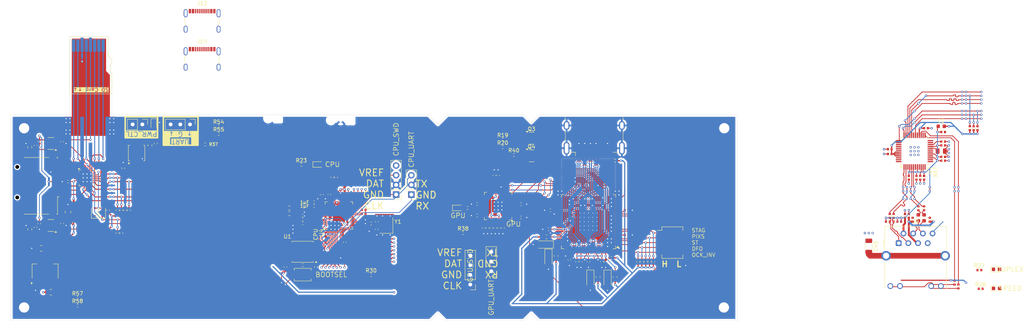
<source format=kicad_pcb>
(kicad_pcb
	(version 20241229)
	(generator "pcbnew")
	(generator_version "9.0")
	(general
		(thickness 0.7)
		(legacy_teardrops no)
	)
	(paper "A4")
	(layers
		(0 "F.Cu" signal)
		(2 "B.Cu" signal)
		(9 "F.Adhes" user "F.Adhesive")
		(11 "B.Adhes" user "B.Adhesive")
		(13 "F.Paste" user)
		(15 "B.Paste" user)
		(5 "F.SilkS" user "F.Silkscreen")
		(7 "B.SilkS" user "B.Silkscreen")
		(1 "F.Mask" user)
		(3 "B.Mask" user)
		(17 "Dwgs.User" user "User.Drawings")
		(19 "Cmts.User" user "User.Comments")
		(21 "Eco1.User" user "User.Eco1")
		(23 "Eco2.User" user "User.Eco2")
		(25 "Edge.Cuts" user)
		(27 "Margin" user)
		(31 "F.CrtYd" user "F.Courtyard")
		(29 "B.CrtYd" user "B.Courtyard")
		(35 "F.Fab" user)
		(33 "B.Fab" user)
		(39 "User.1" user)
		(41 "User.2" user)
		(43 "User.3" user)
		(45 "User.4" user)
	)
	(setup
		(stackup
			(layer "F.SilkS"
				(type "Top Silk Screen")
			)
			(layer "F.Paste"
				(type "Top Solder Paste")
			)
			(layer "F.Mask"
				(type "Top Solder Mask")
				(thickness 0.01)
			)
			(layer "F.Cu"
				(type "copper")
				(thickness 0.035)
			)
			(layer "dielectric 1"
				(type "core")
				(thickness 0.61)
				(material "FR4")
				(epsilon_r 4.5)
				(loss_tangent 0.02)
			)
			(layer "B.Cu"
				(type "copper")
				(thickness 0.035)
			)
			(layer "B.Mask"
				(type "Bottom Solder Mask")
				(thickness 0.01)
			)
			(layer "B.Paste"
				(type "Bottom Solder Paste")
			)
			(layer "B.SilkS"
				(type "Bottom Silk Screen")
			)
			(copper_finish "None")
			(dielectric_constraints yes)
		)
		(pad_to_mask_clearance 0)
		(allow_soldermask_bridges_in_footprints no)
		(tenting front back)
		(grid_origin 100 100)
		(pcbplotparams
			(layerselection 0x00000000_00000000_55555555_5755f5ff)
			(plot_on_all_layers_selection 0x00000000_00000000_00000000_00000000)
			(disableapertmacros no)
			(usegerberextensions no)
			(usegerberattributes yes)
			(usegerberadvancedattributes yes)
			(creategerberjobfile yes)
			(dashed_line_dash_ratio 12.000000)
			(dashed_line_gap_ratio 3.000000)
			(svgprecision 4)
			(plotframeref no)
			(mode 1)
			(useauxorigin no)
			(hpglpennumber 1)
			(hpglpenspeed 20)
			(hpglpendiameter 15.000000)
			(pdf_front_fp_property_popups yes)
			(pdf_back_fp_property_popups yes)
			(pdf_metadata yes)
			(pdf_single_document no)
			(dxfpolygonmode yes)
			(dxfimperialunits yes)
			(dxfusepcbnewfont yes)
			(psnegative no)
			(psa4output no)
			(plot_black_and_white yes)
			(sketchpadsonfab no)
			(plotpadnumbers no)
			(hidednponfab no)
			(sketchdnponfab yes)
			(crossoutdnponfab yes)
			(subtractmaskfromsilk no)
			(outputformat 1)
			(mirror no)
			(drillshape 0)
			(scaleselection 1)
			(outputdirectory "")
		)
	)
	(net 0 "")
	(net 1 "GND")
	(net 2 "Net-(C2-Pad2)")
	(net 3 "+3.3V")
	(net 4 "/RX3-")
	(net 5 "Net-(R2-Pad1)")
	(net 6 "/RX2-")
	(net 7 "/RX3+")
	(net 8 "/GPIO_SD_CMD")
	(net 9 "/+1.1V(RP2040)(CPU)")
	(net 10 "/GPIO_SD_DAT2")
	(net 11 "/GPIO_NET_SPI_MOSI")
	(net 12 "/GPIO_VID_SWD")
	(net 13 "/GPIO_CLK25MHz")
	(net 14 "/GPIO_VID_SWCLK")
	(net 15 "/GPIO_SD_DAT0")
	(net 16 "/GPIO_NET_SPI_CS")
	(net 17 "/GPIO_UART_RX")
	(net 18 "/GPIO_NET_SPI_MISO")
	(net 19 "/GPIO_NET_SPI_CLK")
	(net 20 "/GPIO_SD_CLK")
	(net 21 "/+3.3V(TFP401_OVDD)")
	(net 22 "/GPIO_CPU_DBG_UART_RX")
	(net 23 "/GPIO_PWR_CTL")
	(net 24 "/GPIO_SD_EN")
	(net 25 "/GPIO_SD_DAT3")
	(net 26 "/GPIO_SD_DAT1")
	(net 27 "/GPIO_UART_TX")
	(net 28 "/GPIO_VID_RUN")
	(net 29 "unconnected-(U2-QE10-Pad22)")
	(net 30 "/GPIO_NET_RST")
	(net 31 "/+3.3V(SD_SWITCH)")
	(net 32 "/GPIO_NET_INT")
	(net 33 "/+3.3V(RP2040)(CPU)")
	(net 34 "/GPIO_CPU_DBG_UART_TX")
	(net 35 "/+1.1V(RP2040)(GPU)")
	(net 36 "/VBUS")
	(net 37 "unconnected-(U7-VBG-Pad18)")
	(net 38 "Net-(U7-EXRES1)")
	(net 39 "Net-(U7-ACTLED)")
	(net 40 "Net-(U7-1V2O)")
	(net 41 "/+3.3V(RP2040)(GPU)")
	(net 42 "unconnected-(U7-XO-Pad31)")
	(net 43 "Net-(D1-A)")
	(net 44 "Net-(U7-LINKLED)")
	(net 45 "Net-(U7-TOCAP)")
	(net 46 "/RX_CT")
	(net 47 "/SH_GND")
	(net 48 "/TX_CT")
	(net 49 "/+3.3V(TFP401_PVDD)")
	(net 50 "/SD_HARNESS_VDD'")
	(net 51 "/SD_DUT_VDD'")
	(net 52 "Net-(D2-A)")
	(net 53 "Net-(D3-K)")
	(net 54 "Net-(D4-K)")
	(net 55 "/SD_SOCK_VDD")
	(net 56 "unconnected-(J9-NC-Pad7)")
	(net 57 "Net-(J9-Pad9)")
	(net 58 "Net-(J9-Pad11)")
	(net 59 "/+3.3V(W5500_AVDD)")
	(net 60 "/USB_HOST_D'+")
	(net 61 "/USB_HOST_D+")
	(net 62 "/USB_HOST_D-")
	(net 63 "/SD_SOCK_DAT2")
	(net 64 "/SD_SOCK_CMD")
	(net 65 "/SD_SOCK_CLK")
	(net 66 "/SD_SOCK_DAT3")
	(net 67 "/SD_DUT_VSS")
	(net 68 "/+3.3V(TFP401_AVDD)")
	(net 69 "/SD_SOCK_DAT0")
	(net 70 "/SD_SOCK_DAT1")
	(net 71 "/SD_DUT_DAT2")
	(net 72 "/SD_DUT_DAT3")
	(net 73 "/SD_DUT_CMD")
	(net 74 "unconnected-(J13-CEC-Pad13)")
	(net 75 "/+3.3V(TFP401_DVDD)")
	(net 76 "/SD_DUT_CLK")
	(net 77 "/SD_DUT_DAT0")
	(net 78 "/SD_DUT_DAT1")
	(net 79 "/SD_DUT_VDD")
	(net 80 "unconnected-(J13-UTILITY-Pad14)")
	(net 81 "/+5V(VID)")
	(net 82 "/GPIO_USB_D0+")
	(net 83 "/USB_HOST_D'-")
	(net 84 "/GPIO_USB_D0-")
	(net 85 "/TMDS_C-")
	(net 86 "unconnected-(U7-NC-Pad13)")
	(net 87 "unconnected-(U7-RSVD_NC-Pad39)")
	(net 88 "unconnected-(U7-DNC-Pad7)")
	(net 89 "unconnected-(U7-RSVD_NC-Pad38)")
	(net 90 "unconnected-(U7-RSVD_NC-Pad41)")
	(net 91 "unconnected-(U7-RSVD_NC-Pad42)")
	(net 92 "unconnected-(U7-NC-Pad47)")
	(net 93 "unconnected-(U7-NC-Pad12)")
	(net 94 "unconnected-(U7-RSVD_NC-Pad40)")
	(net 95 "unconnected-(U7-NC-Pad46)")
	(net 96 "/TX2-")
	(net 97 "/TX2+")
	(net 98 "/RX1-")
	(net 99 "/TX1-")
	(net 100 "/RX1+")
	(net 101 "/TX1+")
	(net 102 "Net-(U4-XIN)")
	(net 103 "/RX2+")
	(net 104 "Net-(J2-Pin_3)")
	(net 105 "Net-(J2-Pin_1)")
	(net 106 "/GPIO_GPU_DBG_UART_RX")
	(net 107 "/GPIO_GPU_DBG_UART_TX")
	(net 108 "/TMDS_D1+")
	(net 109 "/TMDS_D0+")
	(net 110 "/SCL(5V)")
	(net 111 "Net-(J13-HPD)")
	(net 112 "Net-(U1-~{CS})")
	(net 113 "Net-(U4-XOUT)")
	(net 114 "/GPIO_USB_D+")
	(net 115 "/GPIO_USB_D-")
	(net 116 "Net-(U1-DI{slash}IO_{0})")
	(net 117 "Net-(U1-CLK)")
	(net 118 "Net-(U1-~{WP}{slash}IO_{2})")
	(net 119 "Net-(U1-~{HOLD}{slash}~{RESET}{slash}IO_{3})")
	(net 120 "Net-(U1-DO{slash}IO_{1})")
	(net 121 "/SDA(5V)")
	(net 122 "unconnected-(U6-GPIO28_ADC2-Pad40)")
	(net 123 "unconnected-(U2-QE9-Pad21)")
	(net 124 "unconnected-(U6-USB_DP-Pad47)")
	(net 125 "unconnected-(U6-GPIO24-Pad36)")
	(net 126 "unconnected-(U6-XOUT-Pad21)")
	(net 127 "/TMDS_D2-")
	(net 128 "unconnected-(U2-QE8-Pad20)")
	(net 129 "/TMDS_D0-")
	(net 130 "/SCL(3.3V)")
	(net 131 "/SDA(3.3V)")
	(net 132 "Net-(U4-GPIO25)")
	(net 133 "unconnected-(U2-QE16-Pad30)")
	(net 134 "Net-(U6-GPIO25)")
	(net 135 "Net-(U7-SPDLED)")
	(net 136 "unconnected-(U6-USB_DM-Pad46)")
	(net 137 "Net-(U7-DUPLED)")
	(net 138 "Net-(U2-RSVD)")
	(net 139 "Net-(U2-ST)")
	(net 140 "unconnected-(U6-QSPI_SD0-Pad53)")
	(net 141 "unconnected-(U6-QSPI_SCLK-Pad52)")
	(net 142 "unconnected-(U6-QSPI_SD1-Pad55)")
	(net 143 "unconnected-(U6-QSPI_SS-Pad56)")
	(net 144 "unconnected-(U6-QSPI_SD2-Pad54)")
	(net 145 "unconnected-(U6-QSPI_SD3-Pad51)")
	(net 146 "Net-(U2-DFO)")
	(net 147 "Net-(U2-OCK_INV)")
	(net 148 "Net-(U2-PIXS)")
	(net 149 "Net-(U2-~{STAG})")
	(net 150 "unconnected-(U2-QO9-Pad60)")
	(net 151 "unconnected-(U2-QE12-Pad24)")
	(net 152 "/G2")
	(net 153 "unconnected-(U2-QO0-Pad49)")
	(net 154 "unconnected-(U2-QO21-Pad74)")
	(net 155 "unconnected-(U2-QO7-Pad56)")
	(net 156 "unconnected-(U2-QO14-Pad65)")
	(net 157 "unconnected-(U2-QO18-Pad71)")
	(net 158 "unconnected-(U2-QO16-Pad69)")
	(net 159 "unconnected-(U2-QE5-Pad15)")
	(net 160 "unconnected-(U2-QO15-Pad66)")
	(net 161 "unconnected-(U2-QO22-Pad75)")
	(net 162 "unconnected-(U2-QE11-Pad23)")
	(net 163 "unconnected-(U2-QO4-Pad53)")
	(net 164 "Net-(U2-SCDT)")
	(net 165 "unconnected-(U2-QO11-Pad62)")
	(net 166 "/G1")
	(net 167 "unconnected-(U2-QO8-Pad59)")
	(net 168 "/G0")
	(net 169 "Net-(U2-ODCK)")
	(net 170 "/R0")
	(net 171 "unconnected-(U2-QE17-Pad31)")
	(net 172 "unconnected-(U2-QO6-Pad55)")
	(net 173 "unconnected-(U2-QE3-Pad13)")
	(net 174 "unconnected-(U2-QO23-Pad77)")
	(net 175 "unconnected-(U2-QO5-Pad54)")
	(net 176 "unconnected-(U2-EXT_RES-Pad96)")
	(net 177 "Net-(U2-DE)")
	(net 178 "unconnected-(U2-QE18-Pad32)")
	(net 179 "/R1")
	(net 180 "unconnected-(U2-QO20-Pad73)")
	(net 181 "unconnected-(U2-QO3-Pad52)")
	(net 182 "unconnected-(U2-QO19-Pad72)")
	(net 183 "unconnected-(U2-QE1-Pad11)")
	(net 184 "unconnected-(U2-QO17-Pad70)")
	(net 185 "unconnected-(U2-QE0-Pad10)")
	(net 186 "unconnected-(U2-QO12-Pad63)")
	(net 187 "unconnected-(U2-QE2-Pad12)")
	(net 188 "unconnected-(U2-QO10-Pad61)")
	(net 189 "unconnected-(U4-GPIO26_ADC0-Pad38)")
	(net 190 "/R2")
	(net 191 "/B1")
	(net 192 "unconnected-(U4-GPIO29_ADC3-Pad41)")
	(net 193 "unconnected-(U4-GPIO27_ADC1-Pad39)")
	(net 194 "unconnected-(U2-~{PD}-Pad2)")
	(net 195 "unconnected-(U2-QO2-Pad51)")
	(net 196 "unconnected-(U2-QO1-Pad50)")
	(net 197 "unconnected-(U2-QE20-Pad34)")
	(net 198 "unconnected-(U2-QO13-Pad64)")
	(net 199 "/B0")
	(net 200 "unconnected-(U2-QE4-Pad14)")
	(net 201 "unconnected-(U4-GPIO28_ADC2-Pad40)")
	(net 202 "unconnected-(U2-QE19-Pad33)")
	(net 203 "unconnected-(U6-GPIO26_ADC0-Pad38)")
	(net 204 "unconnected-(U4-RUN-Pad26)")
	(net 205 "/GPIO_SD_EN_DUT")
	(net 206 "unconnected-(U6-GPIO27_ADC1-Pad39)")
	(net 207 "unconnected-(U6-GPIO29_ADC3-Pad41)")
	(net 208 "unconnected-(U8-N.C.-Pad24)")
	(net 209 "/TMDS_D1-")
	(net 210 "/TMDS_D2+")
	(net 211 "/TMDS_C+")
	(net 212 "Net-(NT4-Pad2)")
	(net 213 "Net-(J14-CC2)")
	(net 214 "Net-(J14-CC1)")
	(net 215 "/GPIO_SD_EN_HARNESS")
	(net 216 "Net-(J12-CC2)")
	(net 217 "Net-(U9-ILIM)")
	(net 218 "unconnected-(U2-CTL1-Pad40)")
	(net 219 "unconnected-(U2-CTL2-Pad41)")
	(net 220 "unconnected-(U2-CTL3-Pad42)")
	(net 221 "unconnected-(U6-GPIO15-Pad18)")
	(net 222 "/VSYNC")
	(net 223 "/HSYNC")
	(net 224 "unconnected-(J1-DET-Pad9)")
	(net 225 "unconnected-(J1-SHIELD-Pad10)")
	(net 226 "unconnected-(J1-SHIELD-Pad10)_1")
	(net 227 "unconnected-(J1-SHIELD-Pad10)_2")
	(net 228 "unconnected-(J1-SHIELD-Pad10)_3")
	(net 229 "Net-(U3-ILIM)")
	(net 230 "Net-(J12-CC1)")
	(net 231 "Net-(D7-A)")
	(net 232 "Net-(J10-Pin_2)")
	(net 233 "Net-(J10-Pin_1)")
	(net 234 "Net-(R51-Pad1)")
	(net 235 "unconnected-(U3-NC-Pad5)")
	(net 236 "unconnected-(U9-NC-Pad5)")
	(net 237 "Net-(J9-Pad10)")
	(net 238 "unconnected-(J12-SBU1-PadA8)")
	(net 239 "unconnected-(J12-SBU2-PadB8)")
	(net 240 "unconnected-(J14-VBUS-PadA4)")
	(net 241 "unconnected-(J14-VBUS-PadA4)_1")
	(net 242 "unconnected-(J14-VBUS-PadA4)_2")
	(net 243 "unconnected-(J14-SBU2-PadB8)")
	(net 244 "unconnected-(J14-VBUS-PadA4)_3")
	(net 245 "unconnected-(J14-SBU1-PadA8)")
	(footprint "Capacitor_SMD:C_0402_1005Metric" (layer "F.Cu") (at 191.5 138.5 90))
	(footprint "Capacitor_SMD:C_0402_1005Metric" (layer "F.Cu") (at 55 117.5))
	(footprint "footprints:USB_C_Receptacle_ShouHan_Type-C_16PIN_2MD_073" (layer "F.Cu") (at 90.18 75.32))
	(footprint "Resistor_SMD:R_0402_1005Metric" (layer "F.Cu") (at 69 131 90))
	(footprint "Resistor_SMD:R_0402_1005Metric" (layer "F.Cu") (at 279.5 124.49 -90))
	(footprint "Package_QFP:TQFP-100-1EP_14x14mm_P0.5mm_EP5x5mm_ThermalVias" (layer "F.Cu") (at 191.5 128 180))
	(footprint "Inductor_SMD:L_0603_1608Metric" (layer "F.Cu") (at 194 142.5 90))
	(footprint "Package_TO_SOT_SMD:SOT-223-3_TabPin2" (layer "F.Cu") (at 49 141 90))
	(footprint "Capacitor_SMD:C_0402_1005Metric" (layer "F.Cu") (at 186.5 138 90))
	(footprint "NetTie:NetTie-2_SMD_Pad0.5mm" (layer "F.Cu") (at 134.798779 138.146111))
	(footprint "Capacitor_SMD:C_0402_1005Metric" (layer "F.Cu") (at 169.05 129.65 90))
	(footprint "Capacitor_SMD:C_0402_1005Metric" (layer "F.Cu") (at 132.548779 124.896111 180))
	(footprint "Capacitor_SMD:C_0402_1005Metric" (layer "F.Cu") (at 165.05 129.65 90))
	(footprint "Capacitor_SMD:C_0402_1005Metric" (layer "F.Cu") (at 188.5 138.5 90))
	(footprint "Resistor_SMD:R_0402_1005Metric" (layer "F.Cu") (at 116.548779 139.396111))
	(footprint "Resistor_SMD:R_0402_1005Metric" (layer "F.Cu") (at 270.5 126.49 -90))
	(footprint "Resistor_SMD:R_0402_1005Metric" (layer "F.Cu") (at 271.5 126.49 -90))
	(footprint "Capacitor_SMD:C_0402_1005Metric" (layer "F.Cu") (at 127.548779 119.396111 -90))
	(footprint "Capacitor_SMD:C_0402_1005Metric" (layer "F.Cu") (at 181 130))
	(footprint "Capacitor_SMD:C_0402_1005Metric" (layer "F.Cu") (at 162.3 123.4))
	(footprint "Capacitor_SMD:C_0402_1005Metric" (layer "F.Cu") (at 167.05 129.65 90))
	(footprint "Resistor_SMD:R_0603_1608Metric" (layer "F.Cu") (at 45 108.5 90))
	(footprint "Resistor_SMD:R_0402_1005Metric" (layer "F.Cu") (at 291.5 103.49 90))
	(footprint "Capacitor_SMD:C_0402_1005Metric" (layer "F.Cu") (at 280 103.49 180))
	(footprint "Resistor_SMD:R_0603_1608Metric" (layer "F.Cu") (at 76.5 108 -90))
	(footprint "Connector_PinHeader_2.54mm:PinHeader_1x03_P2.54mm_Vertical" (layer "F.Cu") (at 166 141 180))
	(footprint "Resistor_SMD:R_0402_1005Metric" (layer "F.Cu") (at 278.5 116.49 -90))
	(footprint "Resistor_SMD:R_0402_1005Metric" (layer "F.Cu") (at 208.5 138.49 90))
	(footprint "Resistor_SMD:R_0402_1005Metric" (layer "F.Cu") (at 124.298779 116.396111 90))
	(footprint "Package_DFN_QFN:QFN-56-1EP_7x7mm_P0.4mm_EP3.2x3.2mm"
		(layer "F.Cu")
		(uuid "2eeac458-e636-4095-8978-fad9bcb54c7f")
		(at 126.048779 126.396111 90)
		(descr "QFN, 56 Pin (https://datasheets.raspberrypi.com/rp2040/rp2040-datasheet.pdf#page=634), generated with kicad-footprint-generator ipc_noLead_generator.py")
		(tags "QFN NoLead")
		(property "Reference" "U4"
			(at -3.345714 -4 90)
			(layer "F.SilkS")
			(uuid "0c851eb1-7a63-4f26-a312-cf985296081a")
			(effects
				(font
					(size 1 1)
					(thickness 0.15)
				)
				(justify right bottom)
			)
		)
		(property "Value" "RP2040"
			(at -3.01 -4.61 90)
			(layer "F.SilkS")
			(hide yes)
			(uuid "194c2368-7348-4dde-ab89-e0dbf97f6392")
			(effects
				(font
					(size 1 1)
					(thickness 0.15)
				)
				(justify right)
			)
		)
		(property "Datasheet" "https://datasheets.raspberrypi.com/rp2040/rp2040-datasheet.pdf"
			(at 0 0 90)
			(layer "F.Fab")
			(hide yes)
			(uuid "85cecee4-066a-4b1d-a5b5-66c3eaeb6d94")
			(effects
				(font
					(size 1.27 1.27)
					(thickness 0.15)
				)
			)
		)
		(property "Description" "A microcontroller by Raspberry Pi (LukeShu's version)"
			(at 0 0 90)
			(layer "F.Fab")
			(hide yes)
			(uuid "79bbd387-8ddb-4d1f-bf96-65ac6de8ff74")
			(effects
				(font
					(size 1.27 1.27)
					(thickness 0.15)
				)
			)
		)
		(property "Label" "CPU"
			(at -3.345714 -5.5 90)
			(layer "F.SilkS")
			(uuid "80915b11-a49b-4138-8871-ca19379da7e6")
			(effects
				(font
					(size 1 1)
					(thickness 0.15)
				)
				(justify right bottom)
			)
		)
		(property "LCSC Part #" "C2040"
			(at 0 0 90)
			(unlocked yes)
			(layer "F.Fab")
			(hide yes)
			(uuid "7b0d9302-fa3c-4c0d-9735-a8b224e2df7c")
			(effects
				(font
					(size 1 1)
					(thickness 0.15)
				)
			)
		)
		(property ki_fp_filters "QFN*1EP*7x7mm?P0.4mm*")
		(path "/82e7491a-8536-4b83-9932-504715c1c474")
		(sheetname "/")
		(sheetfile "sbc-harness.kicad_sch")
		(attr smd)
		(fp_line
			(start 3.61 -3.61)
			(end 3.61 -2.96)
			(stroke
				(width 0.12)
				(type solid)
			)
			(layer "F.SilkS")
			(uuid "3421c7a1-4ee3-4a4f-8ad2-75d6901c2b0c")
		)
		(fp_line
			(start 2.96 -3.61)
			(end 3.61 -3.61)
			(stroke
				(width 0.12)
				(type solid)
			)
			(layer "F.SilkS")
			(uuid "07a23197-e448-4840-ab89-58ec4dfecbf5")
		)
		(fp_line
			(start -2.96 -3.61)
			(end -3.31 -3.61)
			(stroke
				(width 0.12)
				(type solid)
			)
			(layer "F.SilkS")
			(uuid "541e2cb4-2d82-4a90-8147-61a072586f82")
		)
		(fp_line
			(start -3.61 -2.96)
			(end -3.61 -3.37)
			(stroke
				(width 0.12)
				(type solid)
			)
			(layer "F.SilkS")
			(uuid "42786729-9904-4293-81c2-658236749988")
		)
		(fp_line
			(start 3.61 3.61)
			(end 3.61 2.96)
			(stroke
				(width 0.12)
				(type solid)
			)
			(layer "F.SilkS")
			(uuid "c151f93e-1a88-4b6a-8d72-1ceb066af7a0")
		)
		(fp_line
			(start 2.96 3.61)
			(end 3.61 3.61)
			(stroke
				(width 0.12)
				(type solid)
			)
			(layer "F.SilkS")
			(uuid "4f22531f-8a2c-485e-8cfa-39bc1daa1283")
		)
		(fp_line
			(start -2.96 3.61)
			(end -3.61 3.61)
			(stroke
				(width 0.12)
				(type solid)
			)
			(layer "F.SilkS")
			(uuid "91bce99c-d7e0-45ac-b76b-8d3014bdcca0")
		)
		(fp_line
			(start -3.61 3.61)
			(end -3.61 2.96)
			(stroke
				(width 0.12)
				(type solid)
			)
			(layer "F.SilkS")
			(uuid "b1bad525-9dc0-4184-97a4-76ea9d24ce54")
		)
		(fp_poly
			(pts
				(xy -3.61 -3.61) (xy -3.85 -3.94) (xy -3.37 -3.94)
			)
			(stroke
				(width 0.12)
				(type solid)
			)
			(fill yes)
			(layer "F.SilkS")
			(uuid "1192be6f-0432-4efb-8d35-09efaf78a454")
		)
		(fp_line
			(start 2.95 -4.13)
			(end 2.95 -3.75)
			(stroke
				(width 0.05)
				(type solid)
			)
			(layer "F.CrtYd")
			(uuid "ff53cb45-04c0-4197-bef8-970f42df3260")
		)
		(fp_line
			(start -2.95 -4.13)
			(end 2.95 -4.13)
			(stroke
				(width 0.05)
				(type solid)
			)
			(layer "F.CrtYd")
			(uuid "c9e52fb4-ecc2-450a-9370-e175fd5c9b38")
		)
		(fp_line
			(start 3.75 -3.75)
			(end 3.75 -2.95)
			(stroke
				(width 0.05)
				(type solid)
			)
			(layer "F.CrtYd")
			(uuid "9d5a06a7-274f-4c08-a0df-2e87be3f704a")
		)
		(fp_line
			(start 2.95 -3.75)
			(end 3.75 -3.75)
			(stroke
				(width 0.05)
				(type solid)
			)
			(layer "F.CrtYd")
			(uuid "cccfafb0-7f50-4df5-bd77-25bd5a03d97f")
		)
		(fp_line
			(start -2.95 -3.75)
			(end -2.95 -4.13)
			(stroke
				(width 0.05)
				(type solid)
			)
			(layer "F.CrtYd")
			(uuid "0979be87-df5a-4336-9104-0581e64cf619")
		)
		(fp_line
			(start -3.75 -3.75)
			(end -2.95 -3.75)
			(stroke
				(width 0.05)
				(type solid)
			)
			(layer "F.CrtYd")
			(uuid "9ae0c72b-cfa1-4c7b-8342-933f0331d4eb")
		)
		(fp_line
			(start 4.13 -2.95)
			(end 4.13 2.95)
			(stroke
				(width 0.05)
				(type solid)
			)
			(layer "F.CrtYd")
			(uuid "8ac367a7-d88e-4549-b4e1-ddb71fd4f6d5")
		)
		(fp_line
			(start 3.75 -2.95)
			(end 4.13 -2.95)
			(stroke
				(width 0.05)
				(type solid)
			)
			(layer "F.CrtYd")
			(uuid "eb4b0a8c-50fd-4dfa-a1ec-2a1695c8cc25")
		)
		(fp_line
			(start -3.75 -2.95)
			(end -3.75 -3.75)
			(stroke
				(width 0.05)
				(type solid)
			)
			(layer "F.CrtYd")
			(uuid "eefd0bc8-c40a-4028-93aa-348952d31a88")
		)
		(fp_line
			(start -4.13 -2.95)
			(end -3.75 -2.95)
			(stroke
				(width 0.05)
				(type solid)
			)
			(layer "F.CrtYd")
			(uuid "bde9b131-d384-4ed3-bc7a-25df2ea7200f")
		)
		(fp_line
			(start 4.13 2.95)
			(end 3.75 2.95)
			(stroke
				(width 0.05)
				(type solid)
			)
			(layer "F.CrtYd")
			(uuid "8e9164a3-5c82-4c8f-9ae9-dbfc493b869e")
		)
		(fp_line
			(start 3.75 2.95)
			(end 3.75 3.75)
			(stroke
				(width 0.05)
				(type solid)
			)
			(layer "F.CrtYd")
			(uuid "dc6922c3-34c6-42b8-9b1c-0f56e2e1291f")
		)
		(fp_line
			(start -3.75 2.95)
			(end -4.13 2.95)
			(stroke
				(width 0.05)
				(type solid)
			)
			(layer "F.CrtYd")
			(uuid "205d434b-1bc7-402f-bc3f-fcade73c535a")
		)
		(fp_line
			(start -4.13 2.95)
			(end -4.13 -2.95)
			(stroke
				(width 0.05)
				(type solid)
			)
			(layer "F.CrtYd")
			(uuid "c2ef49bf-e444-4067-b9de-5d5141f01c53")
		)
		(fp_line
			(start 3.75 3.75)
			(end 2.95 3.75)
			(stroke
				(width 0.05)
				(type solid)
			)
			(layer "F.CrtYd")
			(uuid "9b3bba2a-8d90-4c80-b6b9-f9a91b9b56c6")
		)
		(fp_line
			(start 2.95 3.75)
			(end 2.95 4.13)
			(stroke
				(width 0.05)
				(type solid)
			)
			(layer "F.CrtYd")
			(uuid "6499d093-c78d-4d4e-88bf-fa009bc9cede")
		)
		(fp_line
			(start -2.95 3.75)
			(end -3.75 3.75)
			(stroke
				(width 0.05)
				(type solid)
			)
			(layer "F.CrtYd")
			(uuid "142c7e75-b608-44cc-96c8-e3252218268f")
		)
		(fp_line
			(start -3.75 3.75)
			(end -3.75 2.95)
			(stroke
				(width 0.05)
				(type solid)
			)
			(layer "F.CrtYd")
			(uuid "044a1a6f-f2ec-42ef-b65e-785069697e16")
		)
		(fp_line
			(start 2.95 4.13)
			(end -2.95 4.13)
			(stroke
				(width 0.05)
				(type solid)
			)
			(layer "F.CrtYd")
			(uuid "2ab84cd8-7011-4af5-b112-8982814a0374")
		)
		(fp_line
			(start -2.95 4.13)
			(end -2.95 3.75)
			(stroke
				(width 0.05)
				(type solid)
			)
			(layer "F.CrtYd")
			(uuid "3a7d64c3-fc23-4042-a85b-7c59d87a9e9a")
		)
		(fp_poly
			(pts
				(xy -3.5 -2.5) (xy -3.5 3.5) (xy 3.5 3.5) (xy 3.5 -3.5) (xy -2.5 -3.5)
			)
			(stroke
				(width 0.1)
				(type solid)
			)
			(fill no)
			(layer "F.Fab")
			(uuid "236ab1c4-776d-443e-92ac-eac9e2682b41")
		)
		(fp_text user "${REFERENCE}"
			(at 0 0 90)
			(layer "F.Fab")
			(uuid "b93b5414-795a-4464-bd1b-7aa134b96313")
			(effects
				(font
					(size 1 1)
					(thickness 0.15)
				)
			)
		)
		(pad "" smd roundrect
			(at -0.8 -0.8 90)
			(size 1.29 1.29)
			(layers "F.Paste")
			(roundrect_rratio 0.193798)
			(uuid "d44307c6-9859-4d12-9f5a-81398b868dcd")
		)
		(pad "" smd roundrect
			(at -0.8 0.8 90)
			(size 1.29 1.29)
			(layers "F.Paste")
			(roundrect_rratio 0.193798)
			(uuid "3a93e20a-0367-4f30-8b18-5e2192cbffac")
		)
		(pad "" smd roundrect
			(at 0.8 -0.8 90)
			(size 1.29 1.29)
			(layers "F.Paste")
			(roundrect_rratio 0.193798)
			(uuid "523d3174-55cb-463e-bd6e-c98b1da3c795")
		)
		(pad "" smd roundrect
			(at 0.8 0.8 90)
			(size 1.29 1.29)
			(layers "F.Paste")
			(roundrect_rratio 0.193798)
			(uuid "5e8dc64b-5394-4b65-9b24-204e388ab591")
		)
		(pad "1" smd roundrect
			(at -3.4375 -2.6 90)
			(size 0.875 0.2)
			(layers "F.Cu" "F.Mask" "F.Paste")
			(roundrect_rratio 0.25)
			(net 33 "/+3.3V(RP2040)(CPU)")
			(pinfunction "IOVDD")
			(pintype "power_in")
			(uuid "62dd3409-ff9e-49c6-b904-87c6513c28d7")
		)
		(pad "2" smd roundrect
			(at -3.4375 -2.2 90)
			(size 0.875 0.2)
			(layers "F.Cu" "F.Mask" "F.Paste")
			(roundrect_rratio 0.25)
			(net 34 "/GPIO_CPU_DBG_UART_TX")
			(pinfunction "GPIO0")
			(pintype "bidirectional")
			(uuid "f48bcd01-c51f-4029-a16f-55e567ce33a2")
		)
		(pad "3" smd roundrect
			(at -3.4375 -1.8 90)
			(size 0.875 0.2)
			(layers "F.Cu" "F.Mask" "F.Paste")
			(roundrect_rratio 0.25)
			(net 22 "/GPIO_CPU_DBG_UART_RX")
			(pinfunction "GPIO1")
			(pintype "bidirectional")
			(uuid "79f9fe3c-a3fa-47ec-a81f-9627e0dc216f")
		)
		(pad "4" smd roundrect
			(at -3.4375 -1.4 90)
			(size 0.875 0.2)
			(layers "F.Cu" "F.Mask" "F.Paste")
			(roundrect_rratio 0.25)
			(net 114 "/GPIO_USB_D+")
			(pinfunction "GPIO2")
			(pintype "bidirectional")
			(uuid "e885e4c8-9eb8-4fa7-9143-e8c07d0d1eab")
		)
		(pad "5" smd roundrect
			(at -3.4375 -1 90)
			(size 0.875 0.2)
			(layers "F.Cu" "F.Mask" "F.Paste")
			(roundrect_rratio 0.25)
			(net 115 "/GPIO_USB_D-")
			(pinfunction "GPIO3")
			(pintype "bidirectional")
			(uuid "45180e3e-c3f1-474b-9e03-25996fc26d3c")
		)
		(pad "6" smd roundrect
			(at -3.4375 -0.6 90)
			(size 0.875 0.2)
			(layers "F.Cu" "F.Mask" "F.Paste")
			(roundrect_rratio 0.25)
			(net 27 "/GPIO_UART_TX")
			(pinfunction "GPIO4")
			(pintype "bidirectional")
			(uuid "34c04dd6-0d3f-4326-b7aa-de2e1949647e")
		)
		(pad "7" smd roundrect
			(at -3.4375 -0.2 90)
			(size 0.875 0.2)
			(layers "F.Cu" "F.Mask" "F.Paste")
			(roundrect_rratio 0.25)
			(net 17 "/GPIO_UART_RX")
			(pinfunction "GPIO5")
			(pintype "bidirectional")
			(uuid "fc927093-85f1-4bdb-b31d-f3d470295cbe")
		)
		(pad "8" smd roundrect
			(at -3.4375 0.2 90)
			(size 0.875 0.2)
			(layers "F.Cu" "F.Mask" "F.Paste")
			(roundrect_rratio 0.25)
			(net 215 "/GPIO_SD_EN_HARNESS")
			(pinfunction "GPIO6")
			(pintype "bidirectional")
			(uuid "42dc92b2-6372-40e0-81e7-38aaeddcaaa8")
		)
		(pad "9" smd roundrect
			(at -3.4375 0.6 90)
			(size 0.875 0.2)
			(layers "F.Cu" "F.Mask" "F.Paste")
			(roundrect_rratio 0.25)
			(net 205 "/GPIO_SD_EN_DUT")
			(pinfunction "GPIO7")
			(pintype "bidirectional")
			(uuid "d21492b5-a771-4ccd-8bb6-b0901c5c391d")
		)
		(pad "10" smd roundrect
			(at -3.4375 1 90)
			(size 0.875 0.2)
			(layers "F.Cu" "F.Mask" "F.Paste")
			(roundrect_rratio 0.25)
			(net 33 "/+3.3V(RP2040)(CPU)")
			(pinfunction "IOVDD")
			(pintype "power_in")
			(uuid "a00ed43f-7cd0-4298-9ddb-ed9630d0eb76")
		)
		(pad "11" smd roundrect
			(at -3.4375 1.4 90)
			(size 0.875 0.2)
			(layers "F.Cu" "F.Mask" "F.Paste")
			(roundrect_rratio 0.25)
			(net 10 "/GPIO_SD_DAT2")
			(pinfunction "GPIO8")
			(pintype "bidirectional")
			(uuid "aaf99eb2-3bc8-46c2-a12e-c6d5d8634964")
		)
		(pad "12" smd roundrect
			(at -3.4375 1.8 90)
			(size 0.875 0.2)
			(layers "F.Cu" "F.Mask" "F.Paste")
			(roundrect_rratio 0.25)
			(net 25 "/GPIO_SD_DAT3")
			(pinfunction "GPIO9")
			(pintype "bidirectional")
			(uuid "6c15285f-7037-4722-8f6f-abecb9cda608")
		)
		(pad "13" smd roundrect
			(at -3.4375 2.2 90)
			(size 0.875 0.2)
			(layers "F.Cu" "F.Mask" "F.Paste")
			(roundrect_rratio 0.25)
			(net 20 "/GPIO_SD_CLK")
			(pinfunction "GPIO10")
			(pintype "bidirectional")
			(uuid "1e046031-7669-40bb-a55a-2e884a50dd64")
		)
		(pad "14" smd roundrect
			(at -3.4375 2.6 90)
			(size 0.875 0.2)
			(layers "F.Cu" "F.Mask" "F.Paste")
			(roundrect_rratio 0.25)
			(net 8 "/GPIO_SD_CMD")
			(pinfunction "GPIO11")
			(pintype "bidirectional")
			(uuid "4f62dbd8-8705-4ff7-b4ef-f279cace1955")
		)
		(pad "15" smd roundrect
			(at -2.6 3.4375 90)
			(size 0.2 0.875)
			(layers "F.Cu" "F.Mask" "F.Paste")
			(roundrect_rratio 0.25)
			(net 15 "/GPIO_SD_DAT0")
			(pinfunction "GPIO12")
			(pintype "bidirectional")
			(uuid "c58d6242-134e-4ad0-bc71-7cb13e80ed82")
		)
		(pad "16" smd roundrect
			(at -2.2 3.4375 90)
			(size 0.2 0.875)
			(layers "F.Cu" "F.Mask" "F.Paste")
			(roundrect_rratio 0.25)
			(net 26 "/GPIO_SD_DAT1")
			(pinfunction "GPIO13")
			(pintype "bidirectional")
			(uuid "2950f2dc-b0af-49d8-8a84-8b2c863b252b")
		)
		(pad "17" smd roundrect
			(at -1.8 3.4375 90)
			(size 0.2 0.875)
			(layers "F.Cu" "F.Mask" "F.Paste")
			(roundrect_rratio 0.25)
			(net 14 "/GPIO_VID_SWCLK")
			(pinfunction "GPIO14")
			(pintype "bidirectional")
			(uuid "b3104beb-c03e-4a1b-b733-c85ea74bf793")
		)
		(pad "18" smd roundrect
			(at -1.4 3.4375 90)
			(size 0.2 0.875)
			(layers "F.Cu" "F.Mask" "F.Paste")
			(roundrect_rratio 0.25)
			(net 12 "/GPIO_VID_SWD")
			(pinfunction "GPIO15")
			(pintype "bidirectional")
			(uuid "ad66f5cf-e7cd-4842-9d50-ad1582e0ffe8")
		)
		(pad "19" smd roundrect
			(at -1 3.4375 90)
			(size 0.2 0.875)
			(layers "F.Cu" "F.Mask" "F.Paste")
			(roundrect_rratio 0.25)
			(net 1 "GND")
			(pinfunction "TESTEN")
			(pintype "input")
			(uuid "de1768fa-9e22-416e-ad6e-39a4b932c772")
		)
		(pad "20" smd roundrect
			(at -0.6 3.4375 90)
			(size 0.2 0.875)
			(layers "F.Cu" "F.Mask" "F.Paste")
			(roundrect_rratio 0.25)
			(net 102 "Net-(U4-XIN)")
			(pinfunction "XIN")
			(pintype "input")
			(uuid "f144268b-b72d-4dc8-b7ac-9e1b1bd20a63")
		)
		(pad "21" smd roundrect
			(at -0.2 3.4375 90)
			(size 0.2 0.875)
			(layers "F.Cu" "F.Mask" "F.Paste")
			(roundrect_rratio 0.25)
			(net 113 "Net-(U4-XOUT)")
			(pinfunction "XOUT")
			(pintype "output")
			(uuid "6750d889-2157-4768-9ce7-3ca238530bf7")
		)
		(pad "22" smd roundrect
			(at 0.2 3.4375 90)
			(size 0.2 0.875)
			(layers "F.Cu" "F.Mask" "F.Paste")
			(roundrect_rratio 0.25)
			(net 33 "/+3.3V(RP2040)(CPU)")
			(pinfunction "IOVDD")
			(pintype "power_in")
			(uuid "862021a6-7887-4e7e-9c12-162487b3d7cc")
		)
		(pad "23" smd roundrect
			(at 0.6 3.4375 90)
			(size 0.2 0.875)
			(layers "F.Cu" "F.Mask" "F.Paste")
			(roundrect_rratio 0.25)
			(net 9 "/+1.1V(RP2040)(CPU)")
			(pinfunction "DVDD")
			(pintype "power_in")
			(uuid "bfb7f10d-e673-480c-be0c-2a3f48f4642d")
		)
		(pad "24" smd roundrect
			(at 1 3.4375 90)
			(size 0.2 0.875)
			(layers "F.Cu" "F.Mask" "F.Paste")
			(roundrect_rratio 0.25)
			(net 105 "Net-(J2-Pin_1)")
			(pinfunction "SWCLK")
			(pintype "input")
			(uuid "f2119c63-01e9-44b0-96a9-b2b5aed4bb47")
		)
		(pad "25" smd roundrect
			(at 1.4 3.4375 90)
			(size 0.2 0.875)
			(layers "F.Cu" "F.Mask" "F.Paste")
			(roundrect_rratio 0.25)
			(net 104 "Net-(J2-Pin_3)")
			(pinfunction "SWD")
			(pintype "bidirectional")
			(uuid "96610bf9-838b-42d8-bdb4-c3d362ad4e13")
		)
		(pad "26" smd roundrect
			(at 1.8 3.4375 90)
			(size 0.2 0.875)
			(layers "F.Cu" "F.Mask" "F.Paste")
			(roundrect_rratio 0.25)
			(net 204 "unconnected-(U4-RUN-Pad26)")
			(pinfunction "RUN")
			(pintype "input+no_connect")
			(uuid "8c3ea2ca-5eb5-489e-ba53-4a11eb0b3375")
		)
		(pad "27" smd roundrect
			(at 2.2 3.4375 90)
			(size 0.2 0.875)
			(layers "F.Cu" "F.Mask" "F.Paste")
			(roundrect_rratio 0.25)
			(net 18 "/GPIO_NET_SPI_MISO")
			(pinfunction "GPIO16")
			(pintype "bidirectional")
			(uuid "60faae84-5b8f-44a7-b584-c83b98f911ff")
		)
		(pad "28" smd roundrect
			(at 2.6 3.4375 90)
			(size 0.2 0.875)
			(layers "F.Cu" "F.Mask" "F.Paste")
			(roundrect_rratio 0.25)
			(net 16 "/GPIO_NET_SPI_CS")
			(pinfunction "GPIO17")
			(pintype "bidirectional")
			(uuid "57858763-ad78-4071-bc9e-722714552993")
		)
		(pad "29" smd roundrect
			(at 3.4375 2.6 90)
			(size 0.875 0.2)
			(layers "F.Cu" "F.Mask" "F.Paste")
			(roundrect_rratio 0.25)
			(net 19 "/GPIO_NET_SPI_CLK")
			(pinfunction "GPIO18")
			(pintype "bidirectional")
			(uuid "652c9b07-cefb-4190-86cb-4e1d802bca46")
		)
		(pad "30" smd roundrect
			(at 3.4375 2.2 90)
			(size 0.875 0.2)
			(layers "F.Cu" "F.Mask" "F.Paste")
			(roundrect_rratio 0.25)
			(net 11 "/GPIO_NET_SPI_MOSI")
			(pinfunction "GPIO19")
			(pintype "bidirectional")
			(uuid "3149e07f-545b-499b-b27a-10bf76283253")
		)
		(pad "31" smd roundrect
			(at 3.4375 1.8 90)
			(size 0.875 0.2)
			(layers "F.Cu" "F.Mask" "F.Paste")
			(roundrect_rratio 0.25)
			(net 30 "/GPIO_NET_RST")
			(pinfunction "GPIO20")
			(pintype "bidirectional")
			(uuid "e779fa43-3eaa-409a-8020-9de1788107ae")
		)
		(pad "32" smd roundrect
			(at 3.4375 1.4 90)
			(size 0.875 0.2)
			(layers "F.Cu" "F.Mask" "F.Paste")
			(roundrect_rratio 0.25)
			(net 32 "/GPIO_NET_INT")
			(pinfunction "GPIO21")
			(pintype "bidirectional")
			(uuid "ee969fe5-eb5e-4132-828a-3d66837dee4e")
		)
		(pad "33" smd roundrect
			(at 3.4375 1 90)
			(size 0.875 0.2)
			(layers "F.Cu" "F.Mask" "F.Paste")
			(roundrect_rratio 0.25)
			(net 33 "/+3.3V(RP2040)(CPU)")
			(pinfunction "IOVDD")
			(pintype "power_in")
			(uuid "6635b5e4-b039-47e6-a6a1-4a1faebc6e6a")
		)
		(pad "34" smd roundrect
			(at 3.4375 0.6 90)
			(size 0.875 0.2)
			(layers "F.Cu" "F.Mask" "F.Paste")
			(roundrect_rratio 0.25)
			(net 28 "/GPIO_VID_RUN")
			(pinfunction "GPIO22")
			(pintype "bidirectional")
			(uuid "ac3c4fda-e91e-4a27-9c62-128eb2b7df60")
		)
		(pad "35" smd roundrect
			(at 3.4375 0.2 90)
			(size 0.875 0.2)
			(layers "F.Cu" "F.Mask" "F.Paste")
			(roundrect_rratio 0.25)
			(net 23 "/GPIO_PWR_CTL")
			(pinfunction "GPIO23")
			(pintype "bidirectional")
			(uuid "ceb82a0d-9b73-4d28-9df9-efe2e879ac5a")
		)
		(pad "36" smd roundrect
			(at 3.4375 -0.2 90)
			(size 0.875 0.2)
			(layers "F.Cu" "F.Mask" "F.Paste")
			(roundrect_rratio 0.25)
			(net 13 "/GPIO_CLK25MHz")
			(pinfunction "GPIO24")
			(pintype "bidirectional")
			(uuid "cae30c26-3b33-42e4-974c-323a343a5f6f")
		)
		(pad "37" smd roundrect
			(at 3.4375 -0.6 90)
			(size 0.875 0.2)
			(layers "F.Cu" "F.Mask" "F.Paste")
			(roundrect_rratio 0.25)
			(net 132 "Net-(U4-GPIO25)")
			(pinfunction "GPIO25")
			(pintype "bidirectional")
			(uuid "5a6f6d6e-82e1-42ac-ac69-513dd79fef2c")
		)
		(pad "38" smd roundrect
			(at 3.4375 -1 90)
			(size 0.875 0.2)
			(layers "F.Cu" "F.Mask" "F.Paste")
			(roundrect_rratio 0.25)
			(net 189 "unconnected-(U4-GPIO2
... [1322768 chars truncated]
</source>
